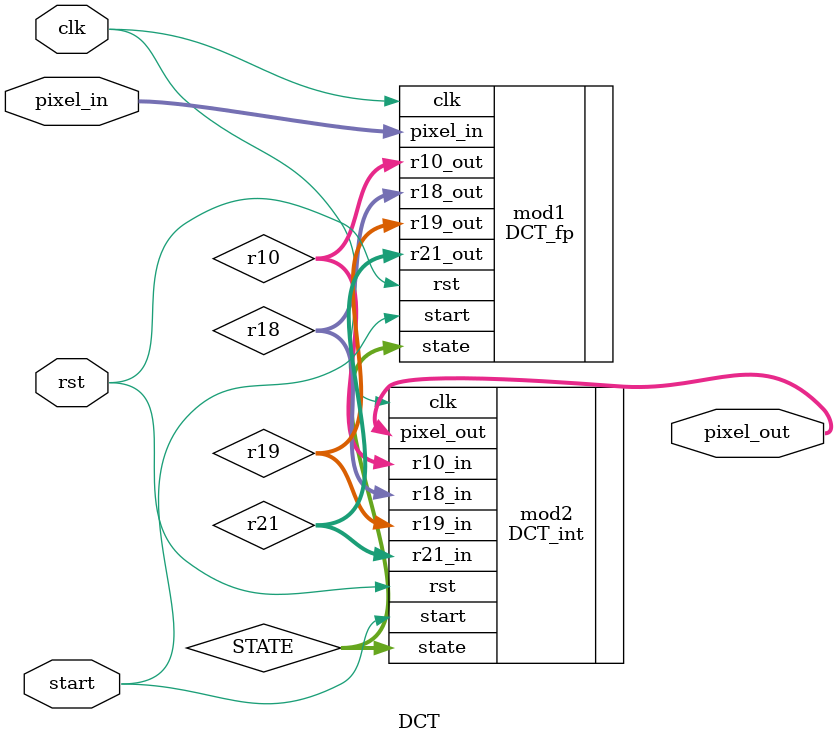
<source format=v>
`timescale 1ns / 1ps


module DCT(
    input clk,
    input start,
    input rst,
    input [7:0] pixel_in,
    output signed [13:0] pixel_out
    );
    
     wire signed [11:0] r10;
     wire signed [12:0] r21;
     wire signed [12:0] r19;
     wire signed [12:0] r18;
     wire [3:0] STATE;
       
    DCT_fp mod1(.pixel_in(pixel_in), .clk(clk), .rst(rst), .start(start), .r10_out(r10), .r18_out(r18), .r19_out(r19), .r21_out(r21), .state(STATE));    
    DCT_int mod2(.clk(clk), .rst(rst), .start(start), .r10_in(r10), .r18_in(r18), .r19_in(r19), .r21_in(r21), .state(STATE), .pixel_out(pixel_out));
endmodule

</source>
